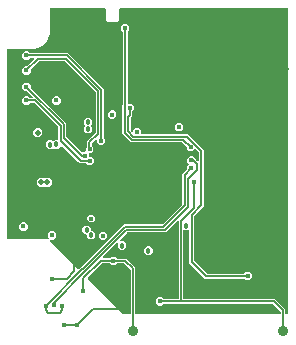
<source format=gbr>
G04 EAGLE Gerber RS-274X export*
G75*
%MOMM*%
%FSLAX34Y34*%
%LPD*%
%INCopper Layer 2*%
%IPPOS*%
%AMOC8*
5,1,8,0,0,1.08239X$1,22.5*%
G01*
%ADD10C,0.900000*%
%ADD11C,0.403200*%
%ADD12C,0.457200*%
%ADD13C,0.503200*%
%ADD14C,0.453200*%
%ADD15C,0.152400*%

G36*
X240050Y30992D02*
X240050Y30992D01*
X240069Y30990D01*
X240171Y31012D01*
X240273Y31029D01*
X240290Y31038D01*
X240310Y31042D01*
X240399Y31095D01*
X240490Y31144D01*
X240504Y31158D01*
X240521Y31168D01*
X240588Y31247D01*
X240660Y31322D01*
X240668Y31340D01*
X240681Y31355D01*
X240720Y31451D01*
X240763Y31545D01*
X240765Y31565D01*
X240773Y31583D01*
X240791Y31750D01*
X240791Y289231D01*
X240788Y289251D01*
X240790Y289270D01*
X240768Y289372D01*
X240751Y289474D01*
X240742Y289491D01*
X240738Y289511D01*
X240685Y289600D01*
X240636Y289691D01*
X240622Y289705D01*
X240612Y289722D01*
X240533Y289789D01*
X240458Y289860D01*
X240440Y289869D01*
X240425Y289882D01*
X240329Y289921D01*
X240235Y289964D01*
X240215Y289966D01*
X240197Y289974D01*
X240030Y289992D01*
X98141Y289992D01*
X98121Y289989D01*
X98101Y289991D01*
X98000Y289969D01*
X97898Y289952D01*
X97880Y289943D01*
X97861Y289939D01*
X97772Y289886D01*
X97680Y289837D01*
X97667Y289823D01*
X97650Y289813D01*
X97582Y289734D01*
X97511Y289659D01*
X97503Y289641D01*
X97490Y289626D01*
X97451Y289530D01*
X97407Y289436D01*
X97405Y289416D01*
X97398Y289398D01*
X97379Y289231D01*
X97379Y279883D01*
X96219Y278722D01*
X87577Y278722D01*
X86416Y279883D01*
X86416Y289231D01*
X86413Y289251D01*
X86415Y289270D01*
X86393Y289372D01*
X86376Y289474D01*
X86367Y289491D01*
X86363Y289511D01*
X86309Y289600D01*
X86261Y289691D01*
X86247Y289705D01*
X86236Y289722D01*
X86158Y289789D01*
X86083Y289860D01*
X86065Y289869D01*
X86050Y289882D01*
X85953Y289921D01*
X85860Y289964D01*
X85840Y289966D01*
X85821Y289974D01*
X85655Y289992D01*
X39411Y289992D01*
X39391Y289989D01*
X39371Y289991D01*
X39270Y289969D01*
X39168Y289952D01*
X39150Y289943D01*
X39131Y289939D01*
X39042Y289886D01*
X38950Y289837D01*
X38937Y289823D01*
X38920Y289813D01*
X38852Y289734D01*
X38781Y289659D01*
X38773Y289641D01*
X38760Y289626D01*
X38721Y289530D01*
X38677Y289436D01*
X38675Y289416D01*
X38668Y289398D01*
X38649Y289231D01*
X38649Y271038D01*
X38652Y271025D01*
X38650Y271003D01*
X38791Y268027D01*
X36595Y262351D01*
X32291Y258047D01*
X26614Y255851D01*
X23639Y255991D01*
X23625Y255990D01*
X23603Y255992D01*
X3411Y255992D01*
X3391Y255989D01*
X3371Y255991D01*
X3270Y255969D01*
X3168Y255952D01*
X3150Y255943D01*
X3131Y255939D01*
X3042Y255886D01*
X2950Y255837D01*
X2937Y255823D01*
X2920Y255813D01*
X2852Y255734D01*
X2781Y255659D01*
X2773Y255641D01*
X2760Y255626D01*
X2721Y255530D01*
X2677Y255436D01*
X2675Y255416D01*
X2668Y255398D01*
X2649Y255231D01*
X2649Y95250D01*
X2653Y95230D01*
X2650Y95211D01*
X2672Y95109D01*
X2689Y95007D01*
X2698Y94990D01*
X2703Y94970D01*
X2756Y94881D01*
X2804Y94790D01*
X2819Y94776D01*
X2829Y94759D01*
X2908Y94692D01*
X2983Y94621D01*
X3001Y94612D01*
X3016Y94599D01*
X3112Y94560D01*
X3206Y94517D01*
X3225Y94515D01*
X3244Y94507D01*
X3411Y94489D01*
X37102Y94489D01*
X37172Y94500D01*
X37244Y94502D01*
X37293Y94520D01*
X37344Y94529D01*
X37408Y94562D01*
X37475Y94587D01*
X37516Y94619D01*
X37562Y94644D01*
X37611Y94696D01*
X37667Y94740D01*
X37695Y94784D01*
X37731Y94822D01*
X37761Y94887D01*
X37800Y94947D01*
X37813Y94998D01*
X37835Y95045D01*
X37843Y95116D01*
X37860Y95186D01*
X37856Y95238D01*
X37862Y95289D01*
X37847Y95360D01*
X37841Y95431D01*
X37821Y95479D01*
X37810Y95530D01*
X37773Y95591D01*
X37745Y95657D01*
X37700Y95713D01*
X37684Y95741D01*
X37666Y95756D01*
X37640Y95788D01*
X37103Y96325D01*
X37103Y99255D01*
X39175Y101327D01*
X42105Y101327D01*
X44177Y99255D01*
X44177Y96325D01*
X42105Y94253D01*
X39858Y94253D01*
X39787Y94242D01*
X39716Y94240D01*
X39667Y94222D01*
X39615Y94214D01*
X39552Y94180D01*
X39485Y94155D01*
X39444Y94123D01*
X39398Y94098D01*
X39349Y94047D01*
X39293Y94002D01*
X39264Y93958D01*
X39228Y93920D01*
X39198Y93855D01*
X39160Y93795D01*
X39147Y93744D01*
X39125Y93697D01*
X39117Y93626D01*
X39099Y93556D01*
X39104Y93504D01*
X39098Y93453D01*
X39113Y93382D01*
X39119Y93311D01*
X39139Y93263D01*
X39150Y93212D01*
X39187Y93151D01*
X39215Y93085D01*
X39260Y93029D01*
X39276Y93001D01*
X39294Y92986D01*
X39320Y92954D01*
X62701Y69573D01*
X62717Y69561D01*
X62729Y69546D01*
X62817Y69490D01*
X62900Y69429D01*
X62919Y69423D01*
X62936Y69413D01*
X63036Y69387D01*
X63135Y69357D01*
X63155Y69357D01*
X63175Y69353D01*
X63278Y69361D01*
X63381Y69363D01*
X63400Y69370D01*
X63420Y69372D01*
X63515Y69412D01*
X63612Y69448D01*
X63628Y69460D01*
X63646Y69468D01*
X63777Y69573D01*
X64185Y69981D01*
X65642Y71438D01*
X65716Y71477D01*
X65800Y71513D01*
X65832Y71539D01*
X65853Y71550D01*
X65875Y71573D01*
X65931Y71618D01*
X100216Y105902D01*
X101629Y107316D01*
X133717Y107316D01*
X133807Y107330D01*
X133898Y107338D01*
X133927Y107350D01*
X133959Y107355D01*
X134040Y107398D01*
X134124Y107434D01*
X134156Y107460D01*
X134177Y107471D01*
X134199Y107494D01*
X134255Y107539D01*
X150652Y123936D01*
X150705Y124010D01*
X150765Y124079D01*
X150777Y124110D01*
X150796Y124136D01*
X150823Y124223D01*
X150857Y124308D01*
X150861Y124349D01*
X150868Y124371D01*
X150867Y124403D01*
X150875Y124474D01*
X150875Y149940D01*
X154990Y154055D01*
X155043Y154129D01*
X155103Y154198D01*
X155115Y154229D01*
X155134Y154255D01*
X155161Y154342D01*
X155195Y154427D01*
X155199Y154468D01*
X155206Y154490D01*
X155205Y154522D01*
X155213Y154593D01*
X155213Y156405D01*
X156385Y157577D01*
X156397Y157593D01*
X156412Y157605D01*
X156451Y157665D01*
X156474Y157689D01*
X156488Y157720D01*
X156529Y157776D01*
X156534Y157795D01*
X156545Y157812D01*
X156562Y157880D01*
X156577Y157913D01*
X156581Y157948D01*
X156601Y158012D01*
X156600Y158031D01*
X156605Y158051D01*
X156600Y158118D01*
X156604Y158157D01*
X156596Y158195D01*
X156595Y158257D01*
X156588Y158276D01*
X156586Y158296D01*
X156562Y158353D01*
X156552Y158397D01*
X156530Y158435D01*
X156510Y158488D01*
X156498Y158504D01*
X156490Y158522D01*
X156441Y158583D01*
X156426Y158608D01*
X156410Y158622D01*
X156385Y158653D01*
X155213Y159825D01*
X155213Y162755D01*
X157285Y164827D01*
X160215Y164827D01*
X162287Y162755D01*
X162287Y162577D01*
X162301Y162487D01*
X162309Y162396D01*
X162321Y162366D01*
X162326Y162334D01*
X162369Y162253D01*
X162405Y162169D01*
X162431Y162137D01*
X162442Y162117D01*
X162465Y162094D01*
X162510Y162038D01*
X162639Y161909D01*
X163780Y160768D01*
X163838Y160726D01*
X163890Y160677D01*
X163937Y160655D01*
X163979Y160625D01*
X164048Y160604D01*
X164113Y160573D01*
X164165Y160568D01*
X164215Y160552D01*
X164286Y160554D01*
X164357Y160546D01*
X164408Y160557D01*
X164460Y160559D01*
X164528Y160583D01*
X164598Y160599D01*
X164643Y160625D01*
X164691Y160643D01*
X164747Y160688D01*
X164809Y160725D01*
X164843Y160764D01*
X164883Y160797D01*
X164922Y160857D01*
X164969Y160912D01*
X164988Y160960D01*
X165016Y161004D01*
X165034Y161073D01*
X165061Y161140D01*
X165069Y161211D01*
X165077Y161242D01*
X165075Y161266D01*
X165079Y161307D01*
X165079Y167909D01*
X165065Y168000D01*
X165057Y168090D01*
X165045Y168120D01*
X165040Y168152D01*
X164997Y168233D01*
X164961Y168317D01*
X164935Y168349D01*
X164924Y168370D01*
X164901Y168392D01*
X164856Y168448D01*
X162402Y170902D01*
X162386Y170913D01*
X162374Y170929D01*
X162287Y170985D01*
X162203Y171045D01*
X162184Y171051D01*
X162167Y171062D01*
X162066Y171087D01*
X161968Y171118D01*
X161948Y171117D01*
X161928Y171122D01*
X161825Y171114D01*
X161722Y171111D01*
X161703Y171104D01*
X161683Y171103D01*
X161588Y171062D01*
X161491Y171027D01*
X161475Y171014D01*
X161457Y171006D01*
X161326Y170902D01*
X159476Y169052D01*
X156754Y169052D01*
X154828Y170978D01*
X154828Y172436D01*
X154814Y172526D01*
X154806Y172617D01*
X154794Y172646D01*
X154789Y172678D01*
X154746Y172759D01*
X154710Y172843D01*
X154684Y172875D01*
X154673Y172896D01*
X154650Y172918D01*
X154605Y172974D01*
X151146Y176433D01*
X151072Y176486D01*
X151003Y176546D01*
X150972Y176558D01*
X150946Y176577D01*
X150859Y176604D01*
X150774Y176638D01*
X150733Y176642D01*
X150711Y176649D01*
X150679Y176648D01*
X150608Y176656D01*
X107489Y176656D01*
X100345Y183800D01*
X100345Y208259D01*
X100360Y208274D01*
X100413Y208348D01*
X100473Y208417D01*
X100485Y208447D01*
X100504Y208474D01*
X100531Y208560D01*
X100565Y208645D01*
X100569Y208686D01*
X100576Y208709D01*
X100575Y208741D01*
X100583Y208812D01*
X100583Y269766D01*
X100569Y269856D01*
X100561Y269947D01*
X100549Y269976D01*
X100544Y270008D01*
X100501Y270089D01*
X100465Y270173D01*
X100439Y270205D01*
X100428Y270226D01*
X100405Y270248D01*
X100360Y270304D01*
X99079Y271585D01*
X99079Y274515D01*
X101151Y276587D01*
X104081Y276587D01*
X106153Y274515D01*
X106153Y271585D01*
X104872Y270304D01*
X104819Y270230D01*
X104759Y270161D01*
X104747Y270130D01*
X104728Y270104D01*
X104701Y270017D01*
X104667Y269932D01*
X104663Y269891D01*
X104656Y269869D01*
X104657Y269837D01*
X104649Y269766D01*
X104649Y209788D01*
X104652Y209768D01*
X104650Y209749D01*
X104672Y209647D01*
X104688Y209545D01*
X104698Y209528D01*
X104702Y209508D01*
X104755Y209419D01*
X104804Y209328D01*
X104818Y209314D01*
X104828Y209297D01*
X104907Y209230D01*
X104982Y209158D01*
X105000Y209150D01*
X105015Y209137D01*
X105111Y209098D01*
X105205Y209055D01*
X105225Y209053D01*
X105243Y209045D01*
X105410Y209027D01*
X107787Y209027D01*
X109713Y207101D01*
X109713Y204379D01*
X108682Y203348D01*
X108629Y203274D01*
X108569Y203204D01*
X108557Y203174D01*
X108538Y203148D01*
X108511Y203061D01*
X108477Y202976D01*
X108473Y202935D01*
X108466Y202913D01*
X108467Y202881D01*
X108459Y202809D01*
X108459Y198929D01*
X107428Y197898D01*
X107375Y197824D01*
X107315Y197755D01*
X107303Y197724D01*
X107284Y197698D01*
X107257Y197611D01*
X107223Y197526D01*
X107219Y197485D01*
X107212Y197463D01*
X107213Y197431D01*
X107205Y197360D01*
X107205Y187069D01*
X107219Y186979D01*
X107227Y186888D01*
X107239Y186858D01*
X107244Y186827D01*
X107287Y186746D01*
X107323Y186662D01*
X107349Y186630D01*
X107360Y186609D01*
X107383Y186587D01*
X107406Y186558D01*
X107409Y186554D01*
X107411Y186552D01*
X107428Y186531D01*
X108190Y185769D01*
X108248Y185727D01*
X108300Y185678D01*
X108347Y185656D01*
X108389Y185625D01*
X108458Y185604D01*
X108523Y185574D01*
X108575Y185568D01*
X108625Y185553D01*
X108696Y185555D01*
X108767Y185547D01*
X108818Y185558D01*
X108870Y185559D01*
X108938Y185584D01*
X109008Y185599D01*
X109053Y185626D01*
X109101Y185644D01*
X109157Y185689D01*
X109219Y185725D01*
X109253Y185765D01*
X109293Y185798D01*
X109332Y185858D01*
X109379Y185912D01*
X109398Y185961D01*
X109426Y186005D01*
X109444Y186074D01*
X109471Y186141D01*
X109479Y186212D01*
X109487Y186243D01*
X109485Y186266D01*
X109489Y186307D01*
X109489Y187162D01*
X111415Y189088D01*
X114137Y189088D01*
X116063Y187162D01*
X116063Y184277D01*
X116066Y184257D01*
X116064Y184238D01*
X116086Y184136D01*
X116102Y184034D01*
X116112Y184017D01*
X116116Y183997D01*
X116169Y183908D01*
X116218Y183817D01*
X116232Y183803D01*
X116242Y183786D01*
X116321Y183719D01*
X116396Y183647D01*
X116414Y183639D01*
X116429Y183626D01*
X116525Y183587D01*
X116619Y183544D01*
X116639Y183542D01*
X116657Y183534D01*
X116824Y183516D01*
X155538Y183516D01*
X169145Y169909D01*
X169145Y122328D01*
X161133Y114316D01*
X161080Y114242D01*
X161020Y114173D01*
X161008Y114142D01*
X160989Y114116D01*
X160962Y114029D01*
X160928Y113944D01*
X160924Y113903D01*
X160917Y113881D01*
X160918Y113849D01*
X160910Y113778D01*
X160910Y76849D01*
X160924Y76759D01*
X160932Y76668D01*
X160944Y76639D01*
X160949Y76607D01*
X160992Y76526D01*
X161028Y76442D01*
X161054Y76410D01*
X161065Y76389D01*
X161088Y76367D01*
X161133Y76311D01*
X171815Y65629D01*
X171889Y65576D01*
X171958Y65516D01*
X171989Y65504D01*
X172015Y65485D01*
X172102Y65458D01*
X172187Y65424D01*
X172228Y65420D01*
X172250Y65413D01*
X172282Y65414D01*
X172353Y65406D01*
X202964Y65406D01*
X203054Y65420D01*
X203145Y65428D01*
X203174Y65440D01*
X203206Y65445D01*
X203287Y65488D01*
X203371Y65524D01*
X203403Y65550D01*
X203424Y65561D01*
X203446Y65584D01*
X203502Y65629D01*
X204783Y66910D01*
X207713Y66910D01*
X209785Y64838D01*
X209785Y61908D01*
X207713Y59836D01*
X204783Y59836D01*
X203502Y61117D01*
X203428Y61170D01*
X203359Y61230D01*
X203328Y61242D01*
X203302Y61261D01*
X203215Y61288D01*
X203130Y61322D01*
X203089Y61326D01*
X203067Y61333D01*
X203035Y61332D01*
X202964Y61340D01*
X170354Y61340D01*
X156844Y74850D01*
X156844Y101843D01*
X156833Y101914D01*
X156831Y101986D01*
X156813Y102035D01*
X156805Y102086D01*
X156771Y102150D01*
X156746Y102217D01*
X156714Y102258D01*
X156689Y102304D01*
X156638Y102353D01*
X156593Y102409D01*
X156549Y102437D01*
X156511Y102473D01*
X156446Y102503D01*
X156386Y102542D01*
X156335Y102555D01*
X156288Y102577D01*
X156217Y102585D01*
X156147Y102602D01*
X156095Y102598D01*
X156044Y102604D01*
X155973Y102588D01*
X155902Y102583D01*
X155854Y102563D01*
X155803Y102551D01*
X155742Y102515D01*
X155680Y102488D01*
X152654Y102488D01*
X152634Y102485D01*
X152615Y102487D01*
X152513Y102465D01*
X152411Y102449D01*
X152394Y102439D01*
X152374Y102435D01*
X152285Y102382D01*
X152194Y102333D01*
X152180Y102319D01*
X152163Y102309D01*
X152096Y102230D01*
X152024Y102155D01*
X152016Y102137D01*
X152003Y102122D01*
X151964Y102026D01*
X151921Y101932D01*
X151919Y101912D01*
X151911Y101894D01*
X151893Y101727D01*
X151893Y44704D01*
X151896Y44684D01*
X151894Y44665D01*
X151916Y44563D01*
X151932Y44461D01*
X151942Y44444D01*
X151946Y44424D01*
X151999Y44335D01*
X152048Y44244D01*
X152062Y44230D01*
X152072Y44213D01*
X152151Y44146D01*
X152226Y44074D01*
X152244Y44066D01*
X152259Y44053D01*
X152355Y44014D01*
X152449Y43971D01*
X152469Y43969D01*
X152487Y43961D01*
X152654Y43943D01*
X229442Y43943D01*
X238253Y35132D01*
X238253Y31750D01*
X238256Y31730D01*
X238254Y31711D01*
X238276Y31609D01*
X238292Y31507D01*
X238302Y31490D01*
X238306Y31470D01*
X238359Y31381D01*
X238408Y31290D01*
X238422Y31276D01*
X238432Y31259D01*
X238511Y31192D01*
X238586Y31121D01*
X238604Y31112D01*
X238619Y31099D01*
X238715Y31060D01*
X238809Y31017D01*
X238829Y31015D01*
X238847Y31007D01*
X239014Y30989D01*
X240030Y30989D01*
X240050Y30992D01*
G37*
G36*
X233446Y30992D02*
X233446Y30992D01*
X233465Y30990D01*
X233567Y31012D01*
X233669Y31029D01*
X233686Y31038D01*
X233706Y31042D01*
X233795Y31095D01*
X233886Y31144D01*
X233900Y31158D01*
X233917Y31168D01*
X233984Y31247D01*
X234056Y31322D01*
X234064Y31340D01*
X234077Y31355D01*
X234116Y31451D01*
X234159Y31545D01*
X234161Y31565D01*
X234169Y31583D01*
X234187Y31750D01*
X234187Y33133D01*
X234173Y33223D01*
X234165Y33314D01*
X234153Y33343D01*
X234148Y33375D01*
X234105Y33456D01*
X234069Y33540D01*
X234043Y33572D01*
X234032Y33593D01*
X234009Y33615D01*
X233964Y33671D01*
X227981Y39654D01*
X227907Y39707D01*
X227838Y39767D01*
X227807Y39779D01*
X227781Y39798D01*
X227694Y39825D01*
X227609Y39859D01*
X227568Y39863D01*
X227546Y39870D01*
X227514Y39869D01*
X227443Y39877D01*
X135364Y39877D01*
X135274Y39863D01*
X135183Y39855D01*
X135154Y39843D01*
X135122Y39838D01*
X135041Y39795D01*
X134957Y39759D01*
X134925Y39733D01*
X134904Y39722D01*
X134882Y39699D01*
X134826Y39654D01*
X133545Y38373D01*
X130615Y38373D01*
X128543Y40445D01*
X128543Y43375D01*
X130615Y45447D01*
X133545Y45447D01*
X134826Y44166D01*
X134900Y44113D01*
X134969Y44053D01*
X135000Y44041D01*
X135026Y44022D01*
X135113Y43995D01*
X135198Y43961D01*
X135239Y43957D01*
X135261Y43950D01*
X135293Y43951D01*
X135364Y43943D01*
X147066Y43943D01*
X147086Y43946D01*
X147105Y43944D01*
X147207Y43966D01*
X147309Y43982D01*
X147326Y43992D01*
X147346Y43996D01*
X147435Y44049D01*
X147526Y44098D01*
X147540Y44112D01*
X147557Y44122D01*
X147624Y44201D01*
X147696Y44276D01*
X147704Y44294D01*
X147717Y44309D01*
X147756Y44405D01*
X147799Y44499D01*
X147801Y44519D01*
X147809Y44537D01*
X147827Y44704D01*
X147827Y109572D01*
X147816Y109643D01*
X147814Y109715D01*
X147796Y109764D01*
X147788Y109815D01*
X147754Y109878D01*
X147729Y109946D01*
X147697Y109986D01*
X147672Y110032D01*
X147620Y110082D01*
X147576Y110138D01*
X147532Y110166D01*
X147494Y110202D01*
X147429Y110232D01*
X147369Y110271D01*
X147318Y110284D01*
X147271Y110305D01*
X147200Y110313D01*
X147130Y110331D01*
X147078Y110327D01*
X147027Y110333D01*
X146956Y110317D01*
X146885Y110312D01*
X146837Y110291D01*
X146786Y110280D01*
X146725Y110243D01*
X146659Y110215D01*
X146603Y110171D01*
X146575Y110154D01*
X146560Y110136D01*
X146528Y110111D01*
X136873Y100456D01*
X104786Y100456D01*
X104696Y100442D01*
X104605Y100434D01*
X104575Y100422D01*
X104543Y100417D01*
X104463Y100374D01*
X104379Y100338D01*
X104347Y100312D01*
X104326Y100301D01*
X104304Y100278D01*
X104248Y100233D01*
X98152Y94137D01*
X98110Y94079D01*
X98060Y94027D01*
X98039Y93980D01*
X98008Y93938D01*
X97987Y93869D01*
X97957Y93804D01*
X97951Y93752D01*
X97936Y93702D01*
X97938Y93631D01*
X97930Y93560D01*
X97941Y93509D01*
X97942Y93457D01*
X97967Y93389D01*
X97982Y93319D01*
X98009Y93274D01*
X98027Y93226D01*
X98071Y93170D01*
X98108Y93108D01*
X98148Y93074D01*
X98180Y93034D01*
X98241Y92995D01*
X98295Y92948D01*
X98343Y92929D01*
X98387Y92901D01*
X98457Y92883D01*
X98523Y92856D01*
X98595Y92848D01*
X98626Y92840D01*
X98649Y92842D01*
X98690Y92838D01*
X101549Y92838D01*
X103633Y90754D01*
X103633Y87808D01*
X101549Y85724D01*
X98603Y85724D01*
X96519Y87808D01*
X96519Y90667D01*
X96508Y90738D01*
X96506Y90809D01*
X96488Y90858D01*
X96480Y90910D01*
X96446Y90973D01*
X96421Y91040D01*
X96389Y91081D01*
X96364Y91127D01*
X96313Y91176D01*
X96268Y91233D01*
X96224Y91261D01*
X96186Y91297D01*
X96121Y91327D01*
X96061Y91366D01*
X96010Y91378D01*
X95963Y91400D01*
X95892Y91408D01*
X95822Y91426D01*
X95770Y91422D01*
X95719Y91427D01*
X95648Y91412D01*
X95577Y91406D01*
X95529Y91386D01*
X95478Y91375D01*
X95417Y91338D01*
X95351Y91310D01*
X95295Y91265D01*
X95267Y91249D01*
X95252Y91231D01*
X95220Y91205D01*
X83730Y79716D01*
X83688Y79657D01*
X83639Y79605D01*
X83617Y79558D01*
X83586Y79516D01*
X83565Y79447D01*
X83535Y79382D01*
X83529Y79331D01*
X83514Y79281D01*
X83516Y79209D01*
X83508Y79138D01*
X83519Y79087D01*
X83520Y79035D01*
X83545Y78967D01*
X83560Y78897D01*
X83587Y78853D01*
X83605Y78804D01*
X83650Y78748D01*
X83686Y78686D01*
X83726Y78653D01*
X83759Y78612D01*
X83819Y78573D01*
X83873Y78526D01*
X83922Y78507D01*
X83966Y78479D01*
X84035Y78461D01*
X84102Y78435D01*
X84173Y78427D01*
X84204Y78419D01*
X84227Y78421D01*
X84268Y78416D01*
X89609Y78416D01*
X89699Y78431D01*
X89790Y78438D01*
X89820Y78451D01*
X89852Y78456D01*
X89932Y78499D01*
X90016Y78534D01*
X90048Y78560D01*
X90069Y78571D01*
X90091Y78594D01*
X90147Y78639D01*
X91245Y79737D01*
X94175Y79737D01*
X95456Y78456D01*
X95530Y78403D01*
X95599Y78343D01*
X95630Y78331D01*
X95656Y78312D01*
X95743Y78285D01*
X95828Y78251D01*
X95869Y78247D01*
X95891Y78240D01*
X95923Y78241D01*
X95994Y78233D01*
X103712Y78233D01*
X111253Y70692D01*
X111253Y31750D01*
X111256Y31730D01*
X111254Y31711D01*
X111276Y31609D01*
X111292Y31507D01*
X111302Y31490D01*
X111306Y31470D01*
X111359Y31381D01*
X111408Y31290D01*
X111422Y31276D01*
X111432Y31259D01*
X111511Y31192D01*
X111586Y31121D01*
X111604Y31112D01*
X111619Y31099D01*
X111715Y31060D01*
X111809Y31017D01*
X111829Y31015D01*
X111847Y31007D01*
X112014Y30989D01*
X233426Y30989D01*
X233446Y30992D01*
G37*
%LPC*%
G36*
X71283Y157495D02*
X71283Y157495D01*
X70252Y158526D01*
X70178Y158579D01*
X70108Y158639D01*
X70078Y158651D01*
X70052Y158670D01*
X69965Y158697D01*
X69880Y158731D01*
X69839Y158735D01*
X69817Y158742D01*
X69785Y158741D01*
X69713Y158749D01*
X64436Y158749D01*
X63022Y160163D01*
X49306Y173879D01*
X49248Y173921D01*
X49196Y173970D01*
X49149Y173992D01*
X49107Y174023D01*
X49038Y174044D01*
X48973Y174074D01*
X48921Y174080D01*
X48871Y174095D01*
X48800Y174093D01*
X48729Y174101D01*
X48678Y174090D01*
X48626Y174089D01*
X48558Y174064D01*
X48488Y174049D01*
X48444Y174022D01*
X48395Y174004D01*
X48339Y173959D01*
X48277Y173923D01*
X48243Y173883D01*
X48203Y173850D01*
X48164Y173790D01*
X48117Y173736D01*
X48098Y173687D01*
X48070Y173643D01*
X48052Y173574D01*
X48025Y173507D01*
X48017Y173436D01*
X48011Y173410D01*
X45923Y171322D01*
X42977Y171322D01*
X42258Y172041D01*
X42242Y172053D01*
X42229Y172068D01*
X42142Y172124D01*
X42058Y172185D01*
X42039Y172191D01*
X42022Y172201D01*
X41922Y172227D01*
X41823Y172257D01*
X41803Y172257D01*
X41784Y172261D01*
X41681Y172253D01*
X41577Y172251D01*
X41558Y172244D01*
X41539Y172242D01*
X41444Y172202D01*
X41346Y172166D01*
X41330Y172154D01*
X41312Y172146D01*
X41181Y172041D01*
X40335Y171195D01*
X37389Y171195D01*
X35305Y173279D01*
X35305Y176225D01*
X37389Y178309D01*
X40335Y178309D01*
X41054Y177590D01*
X41070Y177578D01*
X41083Y177563D01*
X41170Y177506D01*
X41254Y177446D01*
X41273Y177440D01*
X41290Y177430D01*
X41390Y177404D01*
X41489Y177374D01*
X41509Y177374D01*
X41528Y177370D01*
X41631Y177378D01*
X41735Y177380D01*
X41754Y177387D01*
X41774Y177389D01*
X41868Y177429D01*
X41966Y177465D01*
X41982Y177477D01*
X42000Y177485D01*
X42131Y177590D01*
X42977Y178436D01*
X45212Y178436D01*
X45232Y178439D01*
X45251Y178437D01*
X45353Y178459D01*
X45455Y178475D01*
X45472Y178485D01*
X45492Y178489D01*
X45581Y178542D01*
X45672Y178591D01*
X45686Y178605D01*
X45703Y178615D01*
X45770Y178694D01*
X45842Y178769D01*
X45850Y178787D01*
X45863Y178802D01*
X45902Y178898D01*
X45945Y178992D01*
X45947Y179012D01*
X45955Y179030D01*
X45973Y179197D01*
X45973Y189455D01*
X45959Y189545D01*
X45951Y189636D01*
X45939Y189666D01*
X45934Y189698D01*
X45891Y189779D01*
X45855Y189863D01*
X45829Y189895D01*
X45818Y189915D01*
X45795Y189938D01*
X45750Y189994D01*
X25910Y209834D01*
X25836Y209887D01*
X25766Y209947D01*
X25736Y209959D01*
X25710Y209978D01*
X25623Y210005D01*
X25538Y210039D01*
X25497Y210043D01*
X25475Y210050D01*
X25443Y210049D01*
X25371Y210057D01*
X22334Y210057D01*
X22244Y210043D01*
X22153Y210035D01*
X22124Y210023D01*
X22092Y210018D01*
X22011Y209975D01*
X21927Y209939D01*
X21895Y209913D01*
X21874Y209902D01*
X21852Y209879D01*
X21796Y209834D01*
X20515Y208553D01*
X17585Y208553D01*
X15513Y210625D01*
X15513Y213555D01*
X17585Y215627D01*
X20515Y215627D01*
X21796Y214346D01*
X21870Y214293D01*
X21939Y214233D01*
X21970Y214221D01*
X21996Y214202D01*
X22083Y214175D01*
X22168Y214141D01*
X22209Y214137D01*
X22231Y214130D01*
X22263Y214131D01*
X22334Y214123D01*
X23735Y214123D01*
X23805Y214134D01*
X23877Y214136D01*
X23926Y214154D01*
X23977Y214162D01*
X24041Y214196D01*
X24108Y214221D01*
X24149Y214253D01*
X24195Y214278D01*
X24244Y214330D01*
X24300Y214374D01*
X24328Y214418D01*
X24364Y214456D01*
X24394Y214521D01*
X24433Y214581D01*
X24446Y214632D01*
X24468Y214679D01*
X24476Y214750D01*
X24493Y214820D01*
X24489Y214872D01*
X24495Y214923D01*
X24480Y214994D01*
X24474Y215065D01*
X24454Y215113D01*
X24443Y215164D01*
X24406Y215225D01*
X24378Y215291D01*
X24333Y215347D01*
X24317Y215375D01*
X24299Y215390D01*
X24273Y215422D01*
X19935Y219760D01*
X19861Y219813D01*
X19792Y219873D01*
X19761Y219885D01*
X19735Y219904D01*
X19648Y219931D01*
X19563Y219965D01*
X19522Y219969D01*
X19500Y219976D01*
X19468Y219975D01*
X19397Y219983D01*
X17585Y219983D01*
X15513Y222055D01*
X15513Y224985D01*
X17585Y227057D01*
X20515Y227057D01*
X22587Y224985D01*
X22587Y223173D01*
X22601Y223083D01*
X22609Y222992D01*
X22621Y222963D01*
X22626Y222931D01*
X22669Y222850D01*
X22705Y222766D01*
X22731Y222734D01*
X22742Y222713D01*
X22765Y222691D01*
X22810Y222635D01*
X52833Y192612D01*
X52833Y181497D01*
X52847Y181407D01*
X52855Y181316D01*
X52867Y181287D01*
X52872Y181255D01*
X52915Y181174D01*
X52951Y181090D01*
X52977Y181058D01*
X52988Y181037D01*
X53011Y181015D01*
X53056Y180959D01*
X65885Y168130D01*
X65901Y168118D01*
X65914Y168103D01*
X66001Y168046D01*
X66085Y167986D01*
X66104Y167980D01*
X66121Y167970D01*
X66221Y167944D01*
X66320Y167914D01*
X66340Y167914D01*
X66359Y167909D01*
X66462Y167917D01*
X66566Y167920D01*
X66584Y167927D01*
X66604Y167929D01*
X66699Y167969D01*
X66797Y168005D01*
X66812Y168017D01*
X66831Y168025D01*
X66962Y168130D01*
X67473Y168641D01*
X68469Y168641D01*
X68489Y168644D01*
X68508Y168642D01*
X68610Y168664D01*
X68712Y168680D01*
X68729Y168690D01*
X68749Y168694D01*
X68838Y168747D01*
X68929Y168796D01*
X68943Y168810D01*
X68960Y168820D01*
X69027Y168899D01*
X69099Y168974D01*
X69107Y168992D01*
X69120Y169007D01*
X69159Y169103D01*
X69202Y169197D01*
X69204Y169217D01*
X69212Y169235D01*
X69230Y169402D01*
X69230Y172176D01*
X70134Y173080D01*
X70187Y173154D01*
X70247Y173224D01*
X70259Y173254D01*
X70278Y173280D01*
X70305Y173367D01*
X70339Y173452D01*
X70343Y173493D01*
X70350Y173515D01*
X70349Y173547D01*
X70357Y173619D01*
X70357Y177372D01*
X71771Y178786D01*
X77500Y184515D01*
X77553Y184589D01*
X77613Y184658D01*
X77625Y184689D01*
X77644Y184715D01*
X77671Y184802D01*
X77705Y184887D01*
X77709Y184928D01*
X77716Y184950D01*
X77715Y184982D01*
X77723Y185053D01*
X77723Y218665D01*
X77709Y218755D01*
X77701Y218846D01*
X77689Y218876D01*
X77684Y218908D01*
X77641Y218989D01*
X77605Y219073D01*
X77579Y219105D01*
X77568Y219125D01*
X77545Y219148D01*
X77500Y219204D01*
X51564Y245140D01*
X51490Y245193D01*
X51420Y245253D01*
X51390Y245265D01*
X51364Y245284D01*
X51277Y245311D01*
X51192Y245345D01*
X51151Y245349D01*
X51129Y245356D01*
X51097Y245355D01*
X51025Y245363D01*
X30113Y245363D01*
X30023Y245349D01*
X29932Y245341D01*
X29903Y245329D01*
X29871Y245324D01*
X29790Y245281D01*
X29706Y245245D01*
X29674Y245219D01*
X29653Y245208D01*
X29631Y245185D01*
X29575Y245140D01*
X22810Y238375D01*
X22757Y238301D01*
X22697Y238232D01*
X22685Y238201D01*
X22666Y238175D01*
X22639Y238088D01*
X22605Y238003D01*
X22601Y237962D01*
X22594Y237940D01*
X22595Y237908D01*
X22587Y237837D01*
X22587Y236025D01*
X20515Y233953D01*
X17585Y233953D01*
X15513Y236025D01*
X15513Y238955D01*
X17585Y241027D01*
X19397Y241027D01*
X19487Y241041D01*
X19578Y241049D01*
X19607Y241061D01*
X19639Y241066D01*
X19720Y241109D01*
X19804Y241145D01*
X19836Y241171D01*
X19857Y241182D01*
X19879Y241205D01*
X19935Y241250D01*
X25543Y246858D01*
X25585Y246916D01*
X25634Y246968D01*
X25656Y247015D01*
X25687Y247057D01*
X25708Y247126D01*
X25738Y247191D01*
X25744Y247243D01*
X25759Y247293D01*
X25757Y247364D01*
X25765Y247435D01*
X25754Y247486D01*
X25753Y247538D01*
X25728Y247606D01*
X25713Y247676D01*
X25686Y247721D01*
X25668Y247769D01*
X25623Y247825D01*
X25587Y247887D01*
X25547Y247921D01*
X25514Y247961D01*
X25454Y248000D01*
X25400Y248047D01*
X25351Y248066D01*
X25307Y248094D01*
X25238Y248112D01*
X25171Y248139D01*
X25100Y248147D01*
X25069Y248155D01*
X25046Y248153D01*
X25005Y248157D01*
X22334Y248157D01*
X22244Y248143D01*
X22153Y248135D01*
X22124Y248123D01*
X22092Y248118D01*
X22011Y248075D01*
X21927Y248039D01*
X21895Y248013D01*
X21874Y248002D01*
X21852Y247979D01*
X21796Y247934D01*
X20515Y246653D01*
X17585Y246653D01*
X15513Y248725D01*
X15513Y251655D01*
X17585Y253727D01*
X20515Y253727D01*
X21796Y252446D01*
X21870Y252393D01*
X21939Y252333D01*
X21970Y252321D01*
X21996Y252302D01*
X22083Y252275D01*
X22168Y252241D01*
X22209Y252237D01*
X22231Y252230D01*
X22263Y252231D01*
X22334Y252223D01*
X54182Y252223D01*
X84583Y221822D01*
X84583Y180350D01*
X84597Y180260D01*
X84605Y180169D01*
X84617Y180139D01*
X84622Y180107D01*
X84665Y180026D01*
X84701Y179942D01*
X84727Y179910D01*
X84738Y179890D01*
X84761Y179867D01*
X84806Y179811D01*
X85329Y179288D01*
X85329Y176566D01*
X83403Y174640D01*
X80681Y174640D01*
X78755Y176566D01*
X78755Y178183D01*
X78744Y178253D01*
X78742Y178325D01*
X78724Y178374D01*
X78716Y178425D01*
X78682Y178489D01*
X78657Y178556D01*
X78625Y178597D01*
X78600Y178643D01*
X78548Y178692D01*
X78504Y178748D01*
X78460Y178776D01*
X78422Y178812D01*
X78357Y178842D01*
X78297Y178881D01*
X78246Y178894D01*
X78199Y178916D01*
X78128Y178924D01*
X78058Y178941D01*
X78006Y178937D01*
X77955Y178943D01*
X77884Y178928D01*
X77813Y178922D01*
X77765Y178902D01*
X77714Y178891D01*
X77653Y178854D01*
X77587Y178826D01*
X77531Y178781D01*
X77503Y178765D01*
X77488Y178747D01*
X77456Y178721D01*
X74646Y175911D01*
X74593Y175837D01*
X74533Y175768D01*
X74521Y175737D01*
X74502Y175711D01*
X74475Y175624D01*
X74441Y175539D01*
X74437Y175498D01*
X74430Y175476D01*
X74431Y175444D01*
X74423Y175373D01*
X74423Y173873D01*
X74437Y173783D01*
X74445Y173692D01*
X74457Y173662D01*
X74462Y173630D01*
X74505Y173549D01*
X74541Y173465D01*
X74567Y173433D01*
X74578Y173413D01*
X74601Y173390D01*
X74646Y173334D01*
X75804Y172176D01*
X75804Y169454D01*
X73878Y167528D01*
X72882Y167528D01*
X72862Y167525D01*
X72843Y167527D01*
X72741Y167505D01*
X72639Y167489D01*
X72622Y167479D01*
X72602Y167475D01*
X72513Y167422D01*
X72422Y167373D01*
X72408Y167359D01*
X72391Y167349D01*
X72324Y167270D01*
X72252Y167195D01*
X72244Y167177D01*
X72231Y167162D01*
X72192Y167066D01*
X72149Y166972D01*
X72147Y166952D01*
X72139Y166934D01*
X72121Y166767D01*
X72121Y164830D01*
X72124Y164810D01*
X72122Y164791D01*
X72144Y164689D01*
X72160Y164587D01*
X72170Y164570D01*
X72174Y164550D01*
X72227Y164461D01*
X72276Y164370D01*
X72290Y164356D01*
X72300Y164339D01*
X72379Y164272D01*
X72454Y164200D01*
X72472Y164192D01*
X72487Y164179D01*
X72583Y164140D01*
X72677Y164097D01*
X72697Y164095D01*
X72715Y164087D01*
X72882Y164069D01*
X74005Y164069D01*
X75931Y162143D01*
X75931Y159421D01*
X74005Y157495D01*
X71283Y157495D01*
G37*
%LPD*%
G36*
X106446Y30992D02*
X106446Y30992D01*
X106465Y30990D01*
X106567Y31012D01*
X106669Y31029D01*
X106686Y31038D01*
X106706Y31042D01*
X106795Y31095D01*
X106886Y31144D01*
X106900Y31158D01*
X106917Y31168D01*
X106984Y31247D01*
X107056Y31322D01*
X107064Y31340D01*
X107077Y31355D01*
X107116Y31451D01*
X107159Y31545D01*
X107161Y31565D01*
X107169Y31583D01*
X107187Y31750D01*
X107187Y68693D01*
X107173Y68783D01*
X107165Y68874D01*
X107153Y68903D01*
X107148Y68935D01*
X107105Y69016D01*
X107069Y69100D01*
X107043Y69132D01*
X107032Y69153D01*
X107009Y69175D01*
X106964Y69231D01*
X102251Y73944D01*
X102177Y73997D01*
X102108Y74057D01*
X102077Y74069D01*
X102051Y74088D01*
X101964Y74115D01*
X101879Y74149D01*
X101838Y74153D01*
X101816Y74160D01*
X101784Y74159D01*
X101713Y74167D01*
X95994Y74167D01*
X95904Y74153D01*
X95813Y74145D01*
X95784Y74133D01*
X95752Y74128D01*
X95671Y74085D01*
X95587Y74049D01*
X95555Y74023D01*
X95534Y74012D01*
X95512Y73989D01*
X95456Y73944D01*
X94175Y72663D01*
X91245Y72663D01*
X89781Y74128D01*
X89707Y74181D01*
X89637Y74240D01*
X89607Y74252D01*
X89581Y74271D01*
X89494Y74298D01*
X89409Y74332D01*
X89368Y74337D01*
X89346Y74344D01*
X89314Y74343D01*
X89242Y74351D01*
X83256Y74351D01*
X83166Y74336D01*
X83075Y74329D01*
X83045Y74316D01*
X83013Y74311D01*
X82932Y74268D01*
X82848Y74232D01*
X82816Y74207D01*
X82796Y74196D01*
X82773Y74172D01*
X82717Y74128D01*
X70970Y62380D01*
X70958Y62364D01*
X70943Y62352D01*
X70887Y62264D01*
X70826Y62180D01*
X70820Y62161D01*
X70810Y62145D01*
X70784Y62044D01*
X70754Y61945D01*
X70754Y61925D01*
X70750Y61906D01*
X70758Y61803D01*
X70760Y61699D01*
X70767Y61681D01*
X70769Y61661D01*
X70809Y61566D01*
X70845Y61468D01*
X70857Y61453D01*
X70865Y61435D01*
X70970Y61304D01*
X101062Y31212D01*
X101136Y31159D01*
X101205Y31099D01*
X101235Y31087D01*
X101261Y31068D01*
X101348Y31041D01*
X101433Y31007D01*
X101474Y31003D01*
X101497Y30996D01*
X101529Y30997D01*
X101600Y30989D01*
X106426Y30989D01*
X106446Y30992D01*
G37*
%LPC*%
G36*
X29927Y139088D02*
X29927Y139088D01*
X27709Y141306D01*
X27709Y144444D01*
X29927Y146662D01*
X33065Y146662D01*
X33625Y146102D01*
X33641Y146090D01*
X33653Y146074D01*
X33741Y146018D01*
X33824Y145958D01*
X33843Y145952D01*
X33860Y145941D01*
X33961Y145916D01*
X34060Y145886D01*
X34079Y145886D01*
X34099Y145881D01*
X34202Y145889D01*
X34305Y145892D01*
X34324Y145899D01*
X34344Y145900D01*
X34439Y145941D01*
X34536Y145976D01*
X34552Y145989D01*
X34570Y145997D01*
X34701Y146102D01*
X35261Y146662D01*
X38399Y146662D01*
X40617Y144444D01*
X40617Y141306D01*
X38399Y139088D01*
X35261Y139088D01*
X34701Y139648D01*
X34685Y139660D01*
X34673Y139676D01*
X34596Y139725D01*
X34582Y139737D01*
X34573Y139741D01*
X34502Y139792D01*
X34483Y139798D01*
X34466Y139809D01*
X34365Y139834D01*
X34266Y139864D01*
X34247Y139864D01*
X34227Y139869D01*
X34124Y139861D01*
X34021Y139858D01*
X34002Y139851D01*
X33982Y139850D01*
X33887Y139809D01*
X33790Y139774D01*
X33774Y139761D01*
X33756Y139753D01*
X33682Y139694D01*
X33679Y139693D01*
X33676Y139689D01*
X33625Y139648D01*
X33065Y139088D01*
X29927Y139088D01*
G37*
%LPD*%
%LPC*%
G36*
X69647Y184530D02*
X69647Y184530D01*
X67563Y186614D01*
X67563Y189560D01*
X68409Y190406D01*
X68421Y190422D01*
X68436Y190435D01*
X68493Y190522D01*
X68553Y190606D01*
X68559Y190625D01*
X68569Y190642D01*
X68595Y190742D01*
X68625Y190841D01*
X68625Y190861D01*
X68629Y190880D01*
X68621Y190983D01*
X68619Y191087D01*
X68612Y191106D01*
X68610Y191126D01*
X68570Y191220D01*
X68534Y191318D01*
X68522Y191334D01*
X68514Y191352D01*
X68409Y191483D01*
X67563Y192329D01*
X67563Y195275D01*
X69647Y197359D01*
X72593Y197359D01*
X74677Y195275D01*
X74677Y192329D01*
X73831Y191483D01*
X73819Y191467D01*
X73804Y191454D01*
X73748Y191367D01*
X73687Y191283D01*
X73681Y191264D01*
X73671Y191247D01*
X73645Y191147D01*
X73615Y191048D01*
X73615Y191028D01*
X73611Y191009D01*
X73619Y190906D01*
X73621Y190802D01*
X73628Y190783D01*
X73630Y190764D01*
X73670Y190669D01*
X73706Y190571D01*
X73718Y190555D01*
X73726Y190537D01*
X73831Y190406D01*
X74677Y189560D01*
X74677Y186614D01*
X72593Y184530D01*
X69647Y184530D01*
G37*
%LPD*%
%LPC*%
G36*
X72187Y94741D02*
X72187Y94741D01*
X70103Y96825D01*
X70103Y97917D01*
X70100Y97937D01*
X70102Y97956D01*
X70080Y98058D01*
X70064Y98160D01*
X70054Y98177D01*
X70050Y98197D01*
X69997Y98286D01*
X69948Y98377D01*
X69934Y98391D01*
X69924Y98408D01*
X69845Y98475D01*
X69770Y98547D01*
X69752Y98555D01*
X69737Y98568D01*
X69641Y98607D01*
X69547Y98650D01*
X69527Y98652D01*
X69509Y98660D01*
X69342Y98678D01*
X68504Y98678D01*
X66420Y100762D01*
X66420Y103708D01*
X68504Y105792D01*
X71450Y105792D01*
X73534Y103708D01*
X73534Y102616D01*
X73537Y102596D01*
X73535Y102577D01*
X73557Y102475D01*
X73573Y102373D01*
X73583Y102356D01*
X73587Y102336D01*
X73640Y102247D01*
X73689Y102156D01*
X73703Y102142D01*
X73713Y102125D01*
X73792Y102058D01*
X73867Y101986D01*
X73885Y101978D01*
X73900Y101965D01*
X73996Y101926D01*
X74090Y101883D01*
X74110Y101881D01*
X74128Y101873D01*
X74295Y101855D01*
X75133Y101855D01*
X77217Y99771D01*
X77217Y96825D01*
X75133Y94741D01*
X72187Y94741D01*
G37*
%LPD*%
%LPC*%
G36*
X27133Y181125D02*
X27133Y181125D01*
X24915Y183343D01*
X24915Y186481D01*
X27133Y188699D01*
X30271Y188699D01*
X32489Y186481D01*
X32489Y183343D01*
X30271Y181125D01*
X27133Y181125D01*
G37*
%LPD*%
%LPC*%
G36*
X120837Y81416D02*
X120837Y81416D01*
X118754Y83499D01*
X118754Y86446D01*
X120837Y88529D01*
X123784Y88529D01*
X125867Y86446D01*
X125867Y83499D01*
X123784Y81416D01*
X120837Y81416D01*
G37*
%LPD*%
%LPC*%
G36*
X42985Y208553D02*
X42985Y208553D01*
X40913Y210625D01*
X40913Y213555D01*
X42985Y215627D01*
X45915Y215627D01*
X47987Y213555D01*
X47987Y210625D01*
X45915Y208553D01*
X42985Y208553D01*
G37*
%LPD*%
%LPC*%
G36*
X90229Y196615D02*
X90229Y196615D01*
X88157Y198687D01*
X88157Y201617D01*
X90229Y203689D01*
X93159Y203689D01*
X95231Y201617D01*
X95231Y198687D01*
X93159Y196615D01*
X90229Y196615D01*
G37*
%LPD*%
%LPC*%
G36*
X146871Y185820D02*
X146871Y185820D01*
X144799Y187892D01*
X144799Y190822D01*
X146871Y192894D01*
X149801Y192894D01*
X151873Y190822D01*
X151873Y187892D01*
X149801Y185820D01*
X146871Y185820D01*
G37*
%LPD*%
%LPC*%
G36*
X15045Y101873D02*
X15045Y101873D01*
X12973Y103945D01*
X12973Y106875D01*
X15045Y108947D01*
X17975Y108947D01*
X20047Y106875D01*
X20047Y103945D01*
X17975Y101873D01*
X15045Y101873D01*
G37*
%LPD*%
%LPC*%
G36*
X72553Y108854D02*
X72553Y108854D01*
X70627Y110780D01*
X70627Y113502D01*
X72553Y115428D01*
X75275Y115428D01*
X77201Y113502D01*
X77201Y110780D01*
X75275Y108854D01*
X72553Y108854D01*
G37*
%LPD*%
%LPC*%
G36*
X82332Y94376D02*
X82332Y94376D01*
X80406Y96302D01*
X80406Y99024D01*
X82332Y100950D01*
X85054Y100950D01*
X86980Y99024D01*
X86980Y96302D01*
X85054Y94376D01*
X82332Y94376D01*
G37*
%LPD*%
D10*
X109220Y16510D03*
X236220Y16510D03*
D11*
X83693Y97663D03*
D12*
X122310Y84972D03*
X154178Y106045D03*
D13*
X31496Y142875D03*
X36830Y142875D03*
D12*
X71120Y193802D03*
X69977Y102235D03*
X73660Y98298D03*
X100076Y89281D03*
X71120Y188087D03*
D14*
X148336Y189357D03*
X91694Y200152D03*
D12*
X128651Y156845D03*
X115316Y143510D03*
X101981Y156845D03*
X115316Y156845D03*
X128651Y143510D03*
X128651Y130175D03*
X115316Y130175D03*
X101981Y130175D03*
X101981Y143510D03*
D11*
X173609Y176149D03*
D12*
X69088Y182245D03*
X154559Y81788D03*
X113284Y210820D03*
X101981Y167259D03*
X114935Y167386D03*
X128651Y167259D03*
X101854Y119634D03*
X115316Y119634D03*
X128905Y119634D03*
X91440Y167259D03*
X91567Y156972D03*
X91440Y143637D03*
X91440Y130302D03*
X91440Y119634D03*
X139192Y119634D03*
X139192Y130302D03*
X139065Y143510D03*
X139065Y156845D03*
X139192Y167259D03*
D13*
X239079Y238735D03*
D14*
X50546Y22225D03*
X62103Y22225D03*
X40640Y60960D03*
X19050Y186690D03*
X238379Y280543D03*
X238760Y194310D03*
X238760Y187960D03*
X238760Y181610D03*
X238760Y175260D03*
X238760Y168910D03*
X238760Y162560D03*
X238760Y156210D03*
X238760Y149860D03*
X238760Y143510D03*
X238760Y137160D03*
X238760Y130810D03*
X238760Y124460D03*
X238760Y118110D03*
X238760Y111760D03*
X238760Y105410D03*
X238760Y99060D03*
X238760Y92710D03*
X238760Y86360D03*
X238760Y80010D03*
X238760Y73660D03*
X232410Y73660D03*
X226060Y73660D03*
X219710Y73660D03*
X213360Y73660D03*
X207010Y73660D03*
X200660Y73660D03*
X238760Y201930D03*
X238506Y287020D03*
X238379Y274447D03*
X238252Y267970D03*
X238252Y261620D03*
X238506Y255270D03*
X238379Y248920D03*
X232410Y287020D03*
X226060Y287020D03*
X219710Y287020D03*
X219710Y280670D03*
X219710Y274320D03*
X219710Y267970D03*
X219710Y261620D03*
X219710Y255270D03*
X219710Y248920D03*
X219710Y242570D03*
X189230Y171450D03*
X184150Y167640D03*
X176530Y166370D03*
X176530Y160020D03*
X176530Y153670D03*
X176530Y147320D03*
X184150Y147320D03*
X191770Y147320D03*
X191770Y140970D03*
X191770Y134620D03*
X191770Y127000D03*
X181610Y73660D03*
X175260Y73660D03*
X175260Y80010D03*
X168910Y80010D03*
X163830Y85090D03*
X163830Y91440D03*
X163830Y97790D03*
X163830Y104140D03*
X187960Y73660D03*
X194310Y73660D03*
X226060Y130810D03*
X219710Y130810D03*
X213360Y130810D03*
X213360Y137160D03*
X194310Y105410D03*
X194310Y99060D03*
X194310Y92710D03*
X194310Y86360D03*
X194310Y80010D03*
X232410Y248920D03*
X226060Y248920D03*
X225933Y235712D03*
X232410Y242570D03*
X200660Y105410D03*
X207010Y105410D03*
X213360Y105410D03*
X219710Y105410D03*
X226060Y105410D03*
X232410Y105410D03*
X232410Y99060D03*
X232410Y92710D03*
X232410Y86360D03*
X232410Y80010D03*
X207010Y130810D03*
X207010Y137160D03*
X226060Y111760D03*
X226060Y118110D03*
X226060Y124460D03*
X187960Y80010D03*
X181610Y80010D03*
X237490Y41910D03*
X237490Y52070D03*
X237490Y58420D03*
X226060Y242570D03*
X236220Y229870D03*
X213360Y287020D03*
X207010Y287020D03*
X200660Y287020D03*
X194310Y287020D03*
X187960Y287020D03*
X181610Y287020D03*
X175260Y287020D03*
X168910Y287020D03*
X162560Y287020D03*
X156210Y287020D03*
X149860Y287020D03*
X143510Y287020D03*
X137160Y287020D03*
X130810Y287020D03*
X124460Y287020D03*
X118110Y287020D03*
X111760Y287020D03*
X105410Y287020D03*
X82550Y287020D03*
X74930Y287020D03*
X67310Y287020D03*
X59690Y287020D03*
X52070Y287020D03*
X44450Y287020D03*
X44450Y279400D03*
X44450Y271780D03*
X43180Y264160D03*
X39370Y257810D03*
X101600Y35560D03*
X97790Y40640D03*
X92710Y45720D03*
X87630Y50800D03*
X82550Y55880D03*
X59690Y78740D03*
X54610Y83820D03*
X49530Y88900D03*
X6350Y99060D03*
X21590Y99060D03*
X29210Y99060D03*
X6350Y106680D03*
X6350Y114300D03*
X6350Y121920D03*
X6350Y129540D03*
X6350Y137160D03*
X6350Y144780D03*
X6350Y152400D03*
X6350Y160020D03*
X6350Y168910D03*
D15*
X59690Y78740D02*
X59690Y67310D01*
X53340Y60960D01*
X40640Y60960D01*
X75438Y35560D02*
X62103Y22225D01*
X75438Y35560D02*
X101600Y35560D01*
D14*
X232410Y235585D03*
X200660Y99060D03*
X207010Y99060D03*
X213360Y99060D03*
X219710Y99060D03*
X226060Y99060D03*
X200660Y92710D03*
X207010Y92710D03*
X213360Y92710D03*
X219710Y92710D03*
X226060Y92710D03*
X200660Y86360D03*
X207010Y86360D03*
X213360Y86360D03*
X219710Y86360D03*
X226060Y86360D03*
X200660Y80010D03*
X207010Y80010D03*
X213360Y80010D03*
X219710Y80010D03*
X226060Y80010D03*
D15*
X62103Y22225D02*
X50546Y22225D01*
D14*
X227330Y34290D03*
X218440Y34290D03*
X209550Y34290D03*
X199390Y34290D03*
X189230Y34290D03*
X179070Y34290D03*
X168910Y34290D03*
X158750Y34290D03*
X148590Y34290D03*
X138430Y34290D03*
X128270Y34290D03*
X118110Y34290D03*
X77089Y61341D03*
X238760Y209550D03*
X233680Y199390D03*
X229870Y191770D03*
X226060Y184150D03*
X222250Y176530D03*
X218440Y168910D03*
X214630Y161290D03*
X212090Y152400D03*
X209550Y144780D03*
X193040Y154940D03*
X196850Y163830D03*
X200660Y172720D03*
X204470Y180340D03*
X226060Y222250D03*
X223520Y214630D03*
X218440Y204470D03*
X213360Y195580D03*
X209550Y187960D03*
X194310Y176530D03*
X195580Y184150D03*
X199390Y193040D03*
X204470Y203200D03*
X209550Y213360D03*
X214630Y222250D03*
X217170Y229870D03*
X219710Y236220D03*
X225933Y229362D03*
X232410Y111760D03*
X226060Y255270D03*
X226060Y261620D03*
X226060Y267970D03*
X226060Y274320D03*
X226060Y280670D03*
X232410Y280670D03*
X232410Y274320D03*
X232410Y267970D03*
X232410Y261620D03*
X232410Y255270D03*
D12*
X44450Y174879D03*
X38862Y174752D03*
D13*
X28702Y184912D03*
D14*
X44450Y212090D03*
X16510Y105410D03*
X92710Y76200D03*
X40640Y97790D03*
D15*
X92527Y76383D02*
X92710Y76200D01*
X109220Y69850D02*
X109220Y16510D01*
X109220Y69850D02*
X102870Y76200D01*
X92710Y76200D01*
X92527Y76383D02*
X82098Y76383D01*
D14*
X67310Y50800D03*
D15*
X67310Y61595D01*
X82098Y76383D01*
D11*
X72517Y170815D03*
D14*
X19050Y237490D03*
D15*
X28956Y247396D01*
X79756Y183896D02*
X72390Y176530D01*
X72390Y170942D01*
X72517Y170815D01*
X52183Y247396D02*
X28956Y247396D01*
X52183Y247396D02*
X79756Y219823D01*
X79756Y183896D01*
D11*
X82042Y177927D03*
D14*
X19050Y250190D03*
D15*
X53340Y250190D01*
X82550Y220980D01*
X82550Y178435D01*
X82042Y177927D01*
X236220Y34290D02*
X236220Y16510D01*
X236220Y34290D02*
X228600Y41910D01*
X149860Y41910D01*
D14*
X132080Y41910D03*
D15*
X149860Y41910D01*
D14*
X161036Y143129D03*
D15*
X161036Y121045D01*
X149860Y109869D01*
X149860Y41910D01*
D14*
X35560Y38481D03*
X158750Y154940D03*
D15*
X66441Y69362D02*
X35560Y38481D01*
X66441Y69362D02*
X66550Y69362D01*
X102471Y105283D01*
X134874Y105283D02*
X152908Y123317D01*
X152908Y149098D01*
X158750Y154940D01*
X134874Y105283D02*
X102471Y105283D01*
D14*
X49403Y38481D03*
D15*
X35560Y38481D02*
X35560Y34544D01*
X37719Y32385D01*
X47244Y32385D01*
X49403Y34544D02*
X49403Y38481D01*
X49403Y34544D02*
X47244Y32385D01*
D14*
X42037Y38735D03*
X158750Y161290D03*
D15*
X42037Y41007D02*
X42037Y38735D01*
X67598Y66568D02*
X67708Y66568D01*
X103629Y102489D01*
X136031Y102489D01*
X163048Y153160D02*
X163048Y158625D01*
X155702Y122160D02*
X136031Y102489D01*
X163048Y158625D02*
X160383Y161290D01*
X158750Y161290D01*
X155702Y145814D02*
X155702Y122160D01*
X155702Y145814D02*
X163048Y153160D01*
X67598Y66568D02*
X42037Y41007D01*
D11*
X112776Y185801D03*
X68834Y165354D03*
D14*
X19050Y223520D03*
D15*
X50800Y191770D01*
X50800Y180340D01*
X65786Y165354D01*
X68834Y165354D01*
D11*
X72644Y160782D03*
D14*
X19050Y212090D03*
D15*
X26529Y212090D01*
X65278Y160782D02*
X72644Y160782D01*
X48006Y190613D02*
X26529Y212090D01*
X48006Y190613D02*
X48006Y178054D01*
X65278Y160782D01*
D11*
X73914Y112141D03*
X158115Y172339D03*
D14*
X102616Y273050D03*
D15*
X102616Y207655D01*
X102378Y207417D01*
X102378Y184642D01*
X151765Y178689D02*
X158115Y172339D01*
X108331Y178689D02*
X102378Y184642D01*
X108331Y178689D02*
X151765Y178689D01*
D11*
X106426Y205740D03*
D14*
X206248Y63373D03*
D15*
X171196Y63373D01*
X106426Y199771D02*
X106426Y205740D01*
X106426Y199771D02*
X105172Y198517D01*
X105172Y185912D02*
X109601Y181483D01*
X154696Y181483D01*
X105172Y185912D02*
X105172Y198517D01*
X154696Y181483D02*
X167112Y169067D01*
X167112Y123170D02*
X158877Y114935D01*
X158877Y75692D02*
X171196Y63373D01*
X167112Y123170D02*
X167112Y169067D01*
X158877Y114935D02*
X158877Y75692D01*
M02*

</source>
